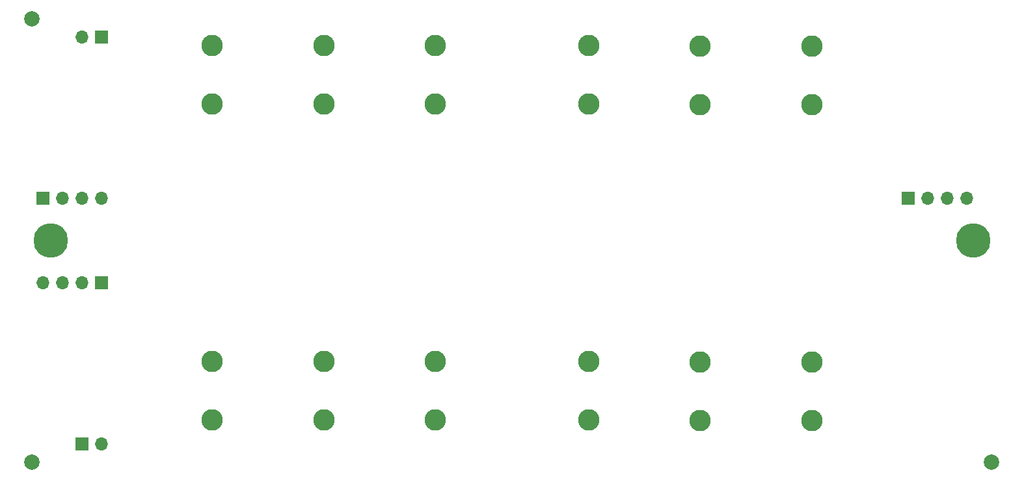
<source format=gbr>
%TF.GenerationSoftware,KiCad,Pcbnew,8.0.5*%
%TF.CreationDate,2024-10-23T13:51:11+01:00*%
%TF.ProjectId,V3,56332e6b-6963-4616-945f-706362585858,rev?*%
%TF.SameCoordinates,Original*%
%TF.FileFunction,Soldermask,Bot*%
%TF.FilePolarity,Negative*%
%FSLAX46Y46*%
G04 Gerber Fmt 4.6, Leading zero omitted, Abs format (unit mm)*
G04 Created by KiCad (PCBNEW 8.0.5) date 2024-10-23 13:51:11*
%MOMM*%
%LPD*%
G01*
G04 APERTURE LIST*
%ADD10C,4.500000*%
%ADD11C,2.000000*%
%ADD12R,1.700000X1.700000*%
%ADD13O,1.700000X1.700000*%
%ADD14C,2.800000*%
G04 APERTURE END LIST*
D10*
%TO.C,H1*%
X60000000Y0D03*
%TD*%
D11*
%TO.C,FID3*%
X-62450000Y-28850000D03*
%TD*%
%TO.C,FID2*%
X-62450000Y28850000D03*
%TD*%
D12*
%TO.C,J6*%
X-53380000Y26500000D03*
D13*
X-55920000Y26500000D03*
%TD*%
D12*
%TO.C,J4*%
X51550000Y5500000D03*
D13*
X54090000Y5500000D03*
X56629999Y5500000D03*
X59170000Y5500000D03*
%TD*%
D11*
%TO.C,FID4*%
X62450000Y-28850000D03*
%TD*%
D12*
%TO.C,J1*%
X-53380000Y-5500000D03*
D13*
X-55920000Y-5500000D03*
X-58459999Y-5500000D03*
X-61000000Y-5500000D03*
%TD*%
D12*
%TO.C,J2*%
X-61000000Y5500000D03*
D13*
X-58460000Y5500000D03*
X-55920001Y5500000D03*
X-53380000Y5500000D03*
%TD*%
D10*
%TO.C,H2*%
X-60000000Y0D03*
%TD*%
D12*
%TO.C,J7*%
X-55920000Y-26500000D03*
D13*
X-53380000Y-26500000D03*
%TD*%
D14*
%TO.C,U17*%
X-39000000Y-23355000D03*
X-39000000Y-15735000D03*
%TD*%
%TO.C,U16*%
X-24500000Y-23355000D03*
X-24500000Y-15735000D03*
%TD*%
%TO.C,U15*%
X-10000000Y-23355000D03*
X-10000000Y-15735000D03*
%TD*%
%TO.C,U14*%
X-39000000Y25415000D03*
X-39000000Y17795000D03*
%TD*%
%TO.C,U13*%
X-24500000Y25415000D03*
X-24500000Y17795000D03*
%TD*%
%TO.C,U10*%
X-10000000Y25415000D03*
X-10000000Y17795000D03*
%TD*%
%TO.C,U9*%
X39000000Y25316500D03*
X39000000Y17696500D03*
%TD*%
%TO.C,U8*%
X24500000Y25316500D03*
X24500000Y17696500D03*
%TD*%
%TO.C,U7*%
X10000000Y25406500D03*
X10000000Y17786500D03*
%TD*%
%TO.C,U6*%
X39000000Y-23453500D03*
X39000000Y-15833500D03*
%TD*%
%TO.C,U5*%
X24500000Y-23453500D03*
X24500000Y-15833500D03*
%TD*%
%TO.C,U4*%
X10000000Y-23363500D03*
X10000000Y-15743500D03*
%TD*%
M02*

</source>
